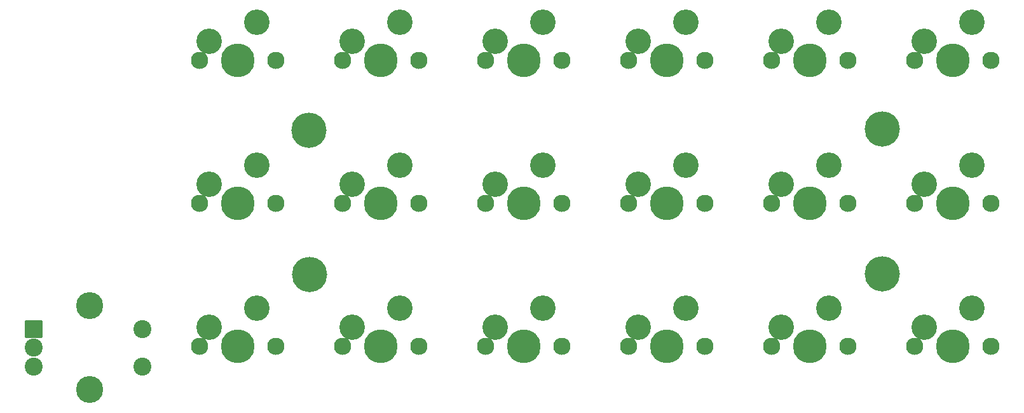
<source format=gts>
G04 #@! TF.GenerationSoftware,KiCad,Pcbnew,(6.0.5)*
G04 #@! TF.CreationDate,2022-06-04T00:44:28+02:00*
G04 #@! TF.ProjectId,cheap_deck,63686561-705f-4646-9563-6b2e6b696361,3.0.1*
G04 #@! TF.SameCoordinates,Original*
G04 #@! TF.FileFunction,Soldermask,Top*
G04 #@! TF.FilePolarity,Negative*
%FSLAX46Y46*%
G04 Gerber Fmt 4.6, Leading zero omitted, Abs format (unit mm)*
G04 Created by KiCad (PCBNEW (6.0.5)) date 2022-06-04 00:44:28*
%MOMM*%
%LPD*%
G01*
G04 APERTURE LIST*
G04 Aperture macros list*
%AMRoundRect*
0 Rectangle with rounded corners*
0 $1 Rounding radius*
0 $2 $3 $4 $5 $6 $7 $8 $9 X,Y pos of 4 corners*
0 Add a 4 corners polygon primitive as box body*
4,1,4,$2,$3,$4,$5,$6,$7,$8,$9,$2,$3,0*
0 Add four circle primitives for the rounded corners*
1,1,$1+$1,$2,$3*
1,1,$1+$1,$4,$5*
1,1,$1+$1,$6,$7*
1,1,$1+$1,$8,$9*
0 Add four rect primitives between the rounded corners*
20,1,$1+$1,$2,$3,$4,$5,0*
20,1,$1+$1,$4,$5,$6,$7,0*
20,1,$1+$1,$6,$7,$8,$9,0*
20,1,$1+$1,$8,$9,$2,$3,0*%
G04 Aperture macros list end*
%ADD10C,3.400000*%
%ADD11C,2.300000*%
%ADD12C,4.500000*%
%ADD13C,4.700000*%
%ADD14C,2.400000*%
%ADD15C,3.600000*%
%ADD16RoundRect,0.200000X-1.000000X-1.000000X1.000000X-1.000000X1.000000X1.000000X-1.000000X1.000000X0*%
G04 APERTURE END LIST*
D10*
X103610000Y-35362500D03*
D11*
X106150000Y-40442500D03*
X95990000Y-40442500D03*
D10*
X97260000Y-37902500D03*
D12*
X101070000Y-40442500D03*
X120120000Y-40442500D03*
D10*
X116310000Y-37902500D03*
X122660000Y-35362500D03*
D11*
X115040000Y-40442500D03*
X125200000Y-40442500D03*
X134090000Y-40442500D03*
X144250000Y-40442500D03*
D10*
X141710000Y-35362500D03*
D12*
X139170000Y-40442500D03*
D10*
X135360000Y-37902500D03*
X154410000Y-37902500D03*
D11*
X163300000Y-40442500D03*
D12*
X158220000Y-40442500D03*
D10*
X160760000Y-35362500D03*
D11*
X153140000Y-40442500D03*
X172190000Y-40442500D03*
D10*
X173460000Y-37902500D03*
X179810000Y-35362500D03*
D12*
X177270000Y-40442500D03*
D11*
X182350000Y-40442500D03*
X95990000Y-59492500D03*
D10*
X103610000Y-54412500D03*
D11*
X106150000Y-59492500D03*
D10*
X97260000Y-56952500D03*
D12*
X101070000Y-59492500D03*
X139170000Y-59492500D03*
D11*
X134090000Y-59492500D03*
D10*
X141710000Y-54412500D03*
D11*
X144250000Y-59492500D03*
D10*
X135360000Y-56952500D03*
D11*
X163300000Y-59492500D03*
D12*
X158220000Y-59492500D03*
D10*
X160760000Y-54412500D03*
X154410000Y-56952500D03*
D11*
X153140000Y-59492500D03*
D12*
X177270000Y-59492500D03*
D11*
X172190000Y-59492500D03*
D10*
X179810000Y-54412500D03*
D11*
X182350000Y-59492500D03*
D10*
X173460000Y-56952500D03*
D12*
X196320000Y-59492500D03*
D10*
X198860000Y-54412500D03*
X192510000Y-56952500D03*
D11*
X201400000Y-59492500D03*
X191240000Y-59492500D03*
D10*
X97260000Y-76002500D03*
X103610000Y-73462500D03*
D12*
X101070000Y-78542500D03*
D11*
X95990000Y-78542500D03*
X106150000Y-78542500D03*
D12*
X120120000Y-78542500D03*
D10*
X116310000Y-76002500D03*
X122660000Y-73462500D03*
D11*
X115040000Y-78542500D03*
X125200000Y-78542500D03*
X134090000Y-78542500D03*
D10*
X135360000Y-76002500D03*
X141710000Y-73462500D03*
D12*
X139170000Y-78542500D03*
D11*
X144250000Y-78542500D03*
X153140000Y-78542500D03*
D10*
X154410000Y-76002500D03*
D12*
X158220000Y-78542500D03*
D10*
X160760000Y-73462500D03*
D11*
X163300000Y-78542500D03*
D10*
X179810000Y-73462500D03*
D11*
X182350000Y-78542500D03*
D10*
X173460000Y-76002500D03*
D12*
X177270000Y-78542500D03*
D11*
X172190000Y-78542500D03*
X115040000Y-59492500D03*
X125200000Y-59492500D03*
D10*
X122660000Y-54412500D03*
D12*
X120120000Y-59492500D03*
D10*
X116310000Y-56952500D03*
X198860000Y-73462500D03*
X192510000Y-76002500D03*
D11*
X191240000Y-78542500D03*
X201400000Y-78542500D03*
D12*
X196320000Y-78542500D03*
D11*
X191240000Y-40442500D03*
D10*
X192510000Y-37902500D03*
X198860000Y-35362500D03*
D11*
X201400000Y-40442500D03*
D12*
X196320000Y-40442500D03*
D13*
X186890000Y-68832200D03*
X110541700Y-49722400D03*
X110604200Y-68918500D03*
X186890000Y-49588100D03*
D14*
X88317500Y-76182400D03*
X88317500Y-81182400D03*
D15*
X81317500Y-84282400D03*
X81317500Y-73082400D03*
D14*
X73817500Y-78682400D03*
X73817500Y-81182400D03*
D16*
X73817500Y-76182400D03*
M02*

</source>
